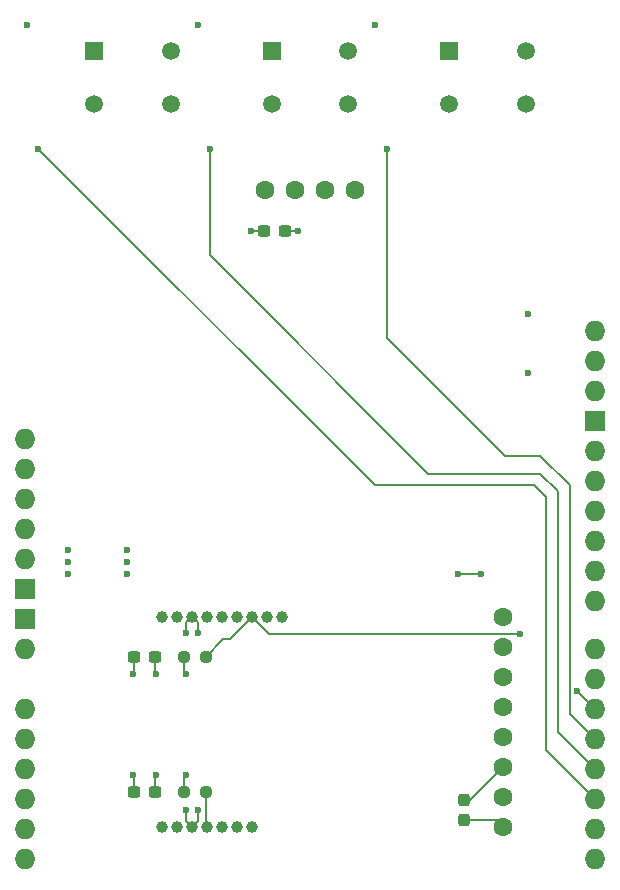
<source format=gbl>
G04 #@! TF.GenerationSoftware,KiCad,Pcbnew,8.0.6*
G04 #@! TF.CreationDate,2025-12-03T00:04:18-05:00*
G04 #@! TF.ProjectId,dead_reckoning_shield,64656164-5f72-4656-936b-6f6e696e675f,rev?*
G04 #@! TF.SameCoordinates,Original*
G04 #@! TF.FileFunction,Copper,L4,Bot*
G04 #@! TF.FilePolarity,Positive*
%FSLAX46Y46*%
G04 Gerber Fmt 4.6, Leading zero omitted, Abs format (unit mm)*
G04 Created by KiCad (PCBNEW 8.0.6) date 2025-12-03 00:04:18*
%MOMM*%
%LPD*%
G01*
G04 APERTURE LIST*
G04 Aperture macros list*
%AMRoundRect*
0 Rectangle with rounded corners*
0 $1 Rounding radius*
0 $2 $3 $4 $5 $6 $7 $8 $9 X,Y pos of 4 corners*
0 Add a 4 corners polygon primitive as box body*
4,1,4,$2,$3,$4,$5,$6,$7,$8,$9,$2,$3,0*
0 Add four circle primitives for the rounded corners*
1,1,$1+$1,$2,$3*
1,1,$1+$1,$4,$5*
1,1,$1+$1,$6,$7*
1,1,$1+$1,$8,$9*
0 Add four rect primitives between the rounded corners*
20,1,$1+$1,$2,$3,$4,$5,0*
20,1,$1+$1,$4,$5,$6,$7,0*
20,1,$1+$1,$6,$7,$8,$9,0*
20,1,$1+$1,$8,$9,$2,$3,0*%
G04 Aperture macros list end*
G04 #@! TA.AperFunction,ComponentPad*
%ADD10C,1.600000*%
G04 #@! TD*
G04 #@! TA.AperFunction,ComponentPad*
%ADD11R,1.498000X1.498000*%
G04 #@! TD*
G04 #@! TA.AperFunction,ComponentPad*
%ADD12C,1.498000*%
G04 #@! TD*
G04 #@! TA.AperFunction,ComponentPad*
%ADD13O,1.727200X1.727200*%
G04 #@! TD*
G04 #@! TA.AperFunction,ComponentPad*
%ADD14R,1.727200X1.727200*%
G04 #@! TD*
G04 #@! TA.AperFunction,ComponentPad*
%ADD15C,1.000000*%
G04 #@! TD*
G04 #@! TA.AperFunction,SMDPad,CuDef*
%ADD16RoundRect,0.237500X-0.300000X-0.237500X0.300000X-0.237500X0.300000X0.237500X-0.300000X0.237500X0*%
G04 #@! TD*
G04 #@! TA.AperFunction,SMDPad,CuDef*
%ADD17RoundRect,0.237500X0.300000X0.237500X-0.300000X0.237500X-0.300000X-0.237500X0.300000X-0.237500X0*%
G04 #@! TD*
G04 #@! TA.AperFunction,SMDPad,CuDef*
%ADD18RoundRect,0.237500X0.237500X-0.300000X0.237500X0.300000X-0.237500X0.300000X-0.237500X-0.300000X0*%
G04 #@! TD*
G04 #@! TA.AperFunction,SMDPad,CuDef*
%ADD19RoundRect,0.237500X0.250000X0.237500X-0.250000X0.237500X-0.250000X-0.237500X0.250000X-0.237500X0*%
G04 #@! TD*
G04 #@! TA.AperFunction,SMDPad,CuDef*
%ADD20RoundRect,0.237500X-0.250000X-0.237500X0.250000X-0.237500X0.250000X0.237500X-0.250000X0.237500X0*%
G04 #@! TD*
G04 #@! TA.AperFunction,ViaPad*
%ADD21C,0.600000*%
G04 #@! TD*
G04 #@! TA.AperFunction,Conductor*
%ADD22C,0.200000*%
G04 #@! TD*
G04 APERTURE END LIST*
D10*
X216350000Y-138890000D03*
X216350000Y-136350000D03*
X216350000Y-133810000D03*
X216350000Y-131270000D03*
X216350000Y-128730000D03*
X216350000Y-126190000D03*
X216350000Y-123650000D03*
X216350000Y-121110000D03*
D11*
X196750000Y-73250000D03*
D12*
X203250000Y-73250000D03*
X196750000Y-77750000D03*
X203250000Y-77750000D03*
D13*
X175870000Y-106043000D03*
X175870000Y-108583000D03*
X175870000Y-111123000D03*
X175870000Y-113663000D03*
X175870000Y-116203000D03*
D14*
X175870000Y-118743000D03*
X175870000Y-121283000D03*
D13*
X175870000Y-123823000D03*
X175870000Y-128903000D03*
X175870000Y-131443000D03*
X175870000Y-133983000D03*
X175870000Y-136523000D03*
X175870000Y-139063000D03*
X175870000Y-141603000D03*
X224130000Y-141603000D03*
X224130000Y-139063000D03*
X224130000Y-136523000D03*
X224130000Y-133983000D03*
X224130000Y-131443000D03*
X224130000Y-128903000D03*
X224130000Y-126363000D03*
X224130000Y-123823000D03*
X224130000Y-119759000D03*
X224130000Y-117219000D03*
X224130000Y-114679000D03*
X224130000Y-112139000D03*
X224130000Y-109599000D03*
X224130000Y-107059000D03*
D14*
X224130000Y-104519000D03*
D13*
X224130000Y-101979000D03*
X224130000Y-99439000D03*
X224130000Y-96899000D03*
D10*
X196190000Y-85000000D03*
X198730000Y-85000000D03*
X201270000Y-85000000D03*
X203810000Y-85000000D03*
D15*
X187460000Y-138890000D03*
X188730000Y-138890000D03*
X190000000Y-138890000D03*
X191270000Y-138890000D03*
X192540000Y-138890000D03*
X193810000Y-138890000D03*
X195080000Y-138890000D03*
X187460000Y-121110000D03*
X188730000Y-121110000D03*
X190000000Y-121110000D03*
X191270000Y-121110000D03*
X192540000Y-121110000D03*
X193810000Y-121110000D03*
X195080000Y-121110000D03*
X196350000Y-121110000D03*
X197620000Y-121110000D03*
D11*
X211750000Y-73250000D03*
D12*
X218250000Y-73250000D03*
X211750000Y-77750000D03*
X218250000Y-77750000D03*
D11*
X181750000Y-73250000D03*
D12*
X188250000Y-73250000D03*
X181750000Y-77750000D03*
X188250000Y-77750000D03*
D16*
X185137500Y-136000000D03*
X186862500Y-136000000D03*
D17*
X186862500Y-124500000D03*
X185137500Y-124500000D03*
D16*
X196137500Y-88500000D03*
X197862500Y-88500000D03*
D18*
X213000000Y-138362500D03*
X213000000Y-136637500D03*
D19*
X191162500Y-124500000D03*
X189337500Y-124500000D03*
D20*
X189337500Y-136000000D03*
X191162500Y-136000000D03*
D21*
X222613500Y-127386500D03*
X217777000Y-122550000D03*
X177000000Y-81500000D03*
X184500000Y-115500000D03*
X190500000Y-122500000D03*
X199000000Y-88500000D03*
X184500000Y-117500000D03*
X190500000Y-137500000D03*
X185000000Y-126000000D03*
X189500000Y-137500000D03*
X187000000Y-134500000D03*
X184500000Y-116500000D03*
X189500000Y-122500000D03*
X190500000Y-71000000D03*
X189500000Y-134500000D03*
X187000000Y-126000000D03*
X179500000Y-116500000D03*
X176000000Y-71000000D03*
X218500000Y-95500000D03*
X218500000Y-100500000D03*
X179500000Y-115500000D03*
X195000000Y-88500000D03*
X185000000Y-134500000D03*
X205500000Y-71000000D03*
X189500000Y-126000000D03*
X179500000Y-117500000D03*
X214500000Y-117500000D03*
X212500000Y-117500000D03*
X191500000Y-81500000D03*
X206500000Y-81500000D03*
D22*
X192662500Y-123000000D02*
X193190000Y-123000000D01*
X193190000Y-123000000D02*
X195080000Y-121110000D01*
X195080000Y-121110000D02*
X196520000Y-122550000D01*
X222613500Y-127386500D02*
X224130000Y-128903000D01*
X191162500Y-124500000D02*
X192662500Y-123000000D01*
X196520000Y-122550000D02*
X217777000Y-122550000D01*
X219000000Y-110000000D02*
X205500000Y-110000000D01*
X220000000Y-111000000D02*
X219000000Y-110000000D01*
X205500000Y-110000000D02*
X177000000Y-81500000D01*
X220000000Y-132393000D02*
X220000000Y-111000000D01*
X224130000Y-136523000D02*
X220000000Y-132393000D01*
X190500000Y-121610000D02*
X190000000Y-121110000D01*
X213522500Y-136637500D02*
X216350000Y-133810000D01*
X185137500Y-125862500D02*
X185000000Y-126000000D01*
X186862500Y-136000000D02*
X186862500Y-134637500D01*
X190500000Y-138390000D02*
X190000000Y-138890000D01*
X197862500Y-88500000D02*
X199000000Y-88500000D01*
X186862500Y-134637500D02*
X187000000Y-134500000D01*
X190500000Y-122500000D02*
X190500000Y-121610000D01*
X190500000Y-137500000D02*
X190500000Y-138390000D01*
X213000000Y-136637500D02*
X213522500Y-136637500D01*
X189500000Y-121610000D02*
X190000000Y-121110000D01*
X185137500Y-124500000D02*
X185137500Y-125862500D01*
X189500000Y-122500000D02*
X189500000Y-121610000D01*
X189500000Y-137500000D02*
X189500000Y-138390000D01*
X189500000Y-138390000D02*
X190000000Y-138890000D01*
X189337500Y-134662500D02*
X189500000Y-134500000D01*
X186862500Y-124500000D02*
X186862500Y-125862500D01*
X189337500Y-136000000D02*
X189337500Y-134662500D01*
X196137500Y-88500000D02*
X195000000Y-88500000D01*
X213000000Y-138362500D02*
X215822500Y-138362500D01*
X186862500Y-125862500D02*
X187000000Y-126000000D01*
X215822500Y-138362500D02*
X216350000Y-138890000D01*
X185137500Y-134637500D02*
X185000000Y-134500000D01*
X189500000Y-126000000D02*
X189337500Y-125837500D01*
X185137500Y-136000000D02*
X185137500Y-134637500D01*
X189337500Y-125837500D02*
X189337500Y-124500000D01*
X214500000Y-117500000D02*
X212500000Y-117500000D01*
X221000000Y-110500000D02*
X219500000Y-109000000D01*
X191500000Y-90500000D02*
X191500000Y-81500000D01*
X221000000Y-130853000D02*
X221000000Y-110500000D01*
X219500000Y-109000000D02*
X210000000Y-109000000D01*
X210000000Y-109000000D02*
X191500000Y-90500000D01*
X224130000Y-133983000D02*
X221000000Y-130853000D01*
X219500000Y-107500000D02*
X222013500Y-110013500D01*
X206500000Y-81500000D02*
X206500000Y-97500000D01*
X222013500Y-129326500D02*
X224130000Y-131443000D01*
X206500000Y-97500000D02*
X216500000Y-107500000D01*
X216500000Y-107500000D02*
X219500000Y-107500000D01*
X222013500Y-110013500D02*
X222013500Y-129326500D01*
X191162500Y-136000000D02*
X191162500Y-138782500D01*
X191162500Y-138782500D02*
X191270000Y-138890000D01*
M02*

</source>
